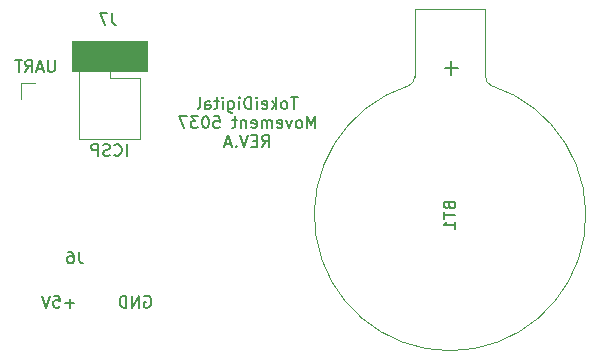
<source format=gbr>
%TF.GenerationSoftware,KiCad,Pcbnew,7.0.7*%
%TF.CreationDate,2024-12-30T17:22:27+01:00*%
%TF.ProjectId,Movement5037,4d6f7665-6d65-46e7-9435-3033372e6b69,rev?*%
%TF.SameCoordinates,Original*%
%TF.FileFunction,Legend,Bot*%
%TF.FilePolarity,Positive*%
%FSLAX46Y46*%
G04 Gerber Fmt 4.6, Leading zero omitted, Abs format (unit mm)*
G04 Created by KiCad (PCBNEW 7.0.7) date 2024-12-30 17:22:27*
%MOMM*%
%LPD*%
G01*
G04 APERTURE LIST*
%ADD10C,0.150000*%
%ADD11C,0.120000*%
%ADD12C,0.100000*%
G04 APERTURE END LIST*
D10*
X72434220Y-91690866D02*
X71672316Y-91690866D01*
X72053268Y-92071819D02*
X72053268Y-91309914D01*
X70719935Y-91071819D02*
X71196125Y-91071819D01*
X71196125Y-91071819D02*
X71243744Y-91548009D01*
X71243744Y-91548009D02*
X71196125Y-91500390D01*
X71196125Y-91500390D02*
X71100887Y-91452771D01*
X71100887Y-91452771D02*
X70862792Y-91452771D01*
X70862792Y-91452771D02*
X70767554Y-91500390D01*
X70767554Y-91500390D02*
X70719935Y-91548009D01*
X70719935Y-91548009D02*
X70672316Y-91643247D01*
X70672316Y-91643247D02*
X70672316Y-91881342D01*
X70672316Y-91881342D02*
X70719935Y-91976580D01*
X70719935Y-91976580D02*
X70767554Y-92024200D01*
X70767554Y-92024200D02*
X70862792Y-92071819D01*
X70862792Y-92071819D02*
X71100887Y-92071819D01*
X71100887Y-92071819D02*
X71196125Y-92024200D01*
X71196125Y-92024200D02*
X71243744Y-91976580D01*
X70386601Y-91071819D02*
X70053268Y-92071819D01*
X70053268Y-92071819D02*
X69719935Y-91071819D01*
X78387411Y-91119438D02*
X78482649Y-91071819D01*
X78482649Y-91071819D02*
X78625506Y-91071819D01*
X78625506Y-91071819D02*
X78768363Y-91119438D01*
X78768363Y-91119438D02*
X78863601Y-91214676D01*
X78863601Y-91214676D02*
X78911220Y-91309914D01*
X78911220Y-91309914D02*
X78958839Y-91500390D01*
X78958839Y-91500390D02*
X78958839Y-91643247D01*
X78958839Y-91643247D02*
X78911220Y-91833723D01*
X78911220Y-91833723D02*
X78863601Y-91928961D01*
X78863601Y-91928961D02*
X78768363Y-92024200D01*
X78768363Y-92024200D02*
X78625506Y-92071819D01*
X78625506Y-92071819D02*
X78530268Y-92071819D01*
X78530268Y-92071819D02*
X78387411Y-92024200D01*
X78387411Y-92024200D02*
X78339792Y-91976580D01*
X78339792Y-91976580D02*
X78339792Y-91643247D01*
X78339792Y-91643247D02*
X78530268Y-91643247D01*
X77911220Y-92071819D02*
X77911220Y-91071819D01*
X77911220Y-91071819D02*
X77339792Y-92071819D01*
X77339792Y-92071819D02*
X77339792Y-91071819D01*
X76863601Y-92071819D02*
X76863601Y-91071819D01*
X76863601Y-91071819D02*
X76625506Y-91071819D01*
X76625506Y-91071819D02*
X76482649Y-91119438D01*
X76482649Y-91119438D02*
X76387411Y-91214676D01*
X76387411Y-91214676D02*
X76339792Y-91309914D01*
X76339792Y-91309914D02*
X76292173Y-91500390D01*
X76292173Y-91500390D02*
X76292173Y-91643247D01*
X76292173Y-91643247D02*
X76339792Y-91833723D01*
X76339792Y-91833723D02*
X76387411Y-91928961D01*
X76387411Y-91928961D02*
X76482649Y-92024200D01*
X76482649Y-92024200D02*
X76625506Y-92071819D01*
X76625506Y-92071819D02*
X76863601Y-92071819D01*
X91360094Y-74262819D02*
X90788666Y-74262819D01*
X91074380Y-75262819D02*
X91074380Y-74262819D01*
X90312475Y-75262819D02*
X90407713Y-75215200D01*
X90407713Y-75215200D02*
X90455332Y-75167580D01*
X90455332Y-75167580D02*
X90502951Y-75072342D01*
X90502951Y-75072342D02*
X90502951Y-74786628D01*
X90502951Y-74786628D02*
X90455332Y-74691390D01*
X90455332Y-74691390D02*
X90407713Y-74643771D01*
X90407713Y-74643771D02*
X90312475Y-74596152D01*
X90312475Y-74596152D02*
X90169618Y-74596152D01*
X90169618Y-74596152D02*
X90074380Y-74643771D01*
X90074380Y-74643771D02*
X90026761Y-74691390D01*
X90026761Y-74691390D02*
X89979142Y-74786628D01*
X89979142Y-74786628D02*
X89979142Y-75072342D01*
X89979142Y-75072342D02*
X90026761Y-75167580D01*
X90026761Y-75167580D02*
X90074380Y-75215200D01*
X90074380Y-75215200D02*
X90169618Y-75262819D01*
X90169618Y-75262819D02*
X90312475Y-75262819D01*
X89550570Y-75262819D02*
X89550570Y-74262819D01*
X89455332Y-74881866D02*
X89169618Y-75262819D01*
X89169618Y-74596152D02*
X89550570Y-74977104D01*
X88360094Y-75215200D02*
X88455332Y-75262819D01*
X88455332Y-75262819D02*
X88645808Y-75262819D01*
X88645808Y-75262819D02*
X88741046Y-75215200D01*
X88741046Y-75215200D02*
X88788665Y-75119961D01*
X88788665Y-75119961D02*
X88788665Y-74739009D01*
X88788665Y-74739009D02*
X88741046Y-74643771D01*
X88741046Y-74643771D02*
X88645808Y-74596152D01*
X88645808Y-74596152D02*
X88455332Y-74596152D01*
X88455332Y-74596152D02*
X88360094Y-74643771D01*
X88360094Y-74643771D02*
X88312475Y-74739009D01*
X88312475Y-74739009D02*
X88312475Y-74834247D01*
X88312475Y-74834247D02*
X88788665Y-74929485D01*
X87883903Y-75262819D02*
X87883903Y-74596152D01*
X87883903Y-74262819D02*
X87931522Y-74310438D01*
X87931522Y-74310438D02*
X87883903Y-74358057D01*
X87883903Y-74358057D02*
X87836284Y-74310438D01*
X87836284Y-74310438D02*
X87883903Y-74262819D01*
X87883903Y-74262819D02*
X87883903Y-74358057D01*
X87407713Y-75262819D02*
X87407713Y-74262819D01*
X87407713Y-74262819D02*
X87169618Y-74262819D01*
X87169618Y-74262819D02*
X87026761Y-74310438D01*
X87026761Y-74310438D02*
X86931523Y-74405676D01*
X86931523Y-74405676D02*
X86883904Y-74500914D01*
X86883904Y-74500914D02*
X86836285Y-74691390D01*
X86836285Y-74691390D02*
X86836285Y-74834247D01*
X86836285Y-74834247D02*
X86883904Y-75024723D01*
X86883904Y-75024723D02*
X86931523Y-75119961D01*
X86931523Y-75119961D02*
X87026761Y-75215200D01*
X87026761Y-75215200D02*
X87169618Y-75262819D01*
X87169618Y-75262819D02*
X87407713Y-75262819D01*
X86407713Y-75262819D02*
X86407713Y-74596152D01*
X86407713Y-74262819D02*
X86455332Y-74310438D01*
X86455332Y-74310438D02*
X86407713Y-74358057D01*
X86407713Y-74358057D02*
X86360094Y-74310438D01*
X86360094Y-74310438D02*
X86407713Y-74262819D01*
X86407713Y-74262819D02*
X86407713Y-74358057D01*
X85502952Y-74596152D02*
X85502952Y-75405676D01*
X85502952Y-75405676D02*
X85550571Y-75500914D01*
X85550571Y-75500914D02*
X85598190Y-75548533D01*
X85598190Y-75548533D02*
X85693428Y-75596152D01*
X85693428Y-75596152D02*
X85836285Y-75596152D01*
X85836285Y-75596152D02*
X85931523Y-75548533D01*
X85502952Y-75215200D02*
X85598190Y-75262819D01*
X85598190Y-75262819D02*
X85788666Y-75262819D01*
X85788666Y-75262819D02*
X85883904Y-75215200D01*
X85883904Y-75215200D02*
X85931523Y-75167580D01*
X85931523Y-75167580D02*
X85979142Y-75072342D01*
X85979142Y-75072342D02*
X85979142Y-74786628D01*
X85979142Y-74786628D02*
X85931523Y-74691390D01*
X85931523Y-74691390D02*
X85883904Y-74643771D01*
X85883904Y-74643771D02*
X85788666Y-74596152D01*
X85788666Y-74596152D02*
X85598190Y-74596152D01*
X85598190Y-74596152D02*
X85502952Y-74643771D01*
X85026761Y-75262819D02*
X85026761Y-74596152D01*
X85026761Y-74262819D02*
X85074380Y-74310438D01*
X85074380Y-74310438D02*
X85026761Y-74358057D01*
X85026761Y-74358057D02*
X84979142Y-74310438D01*
X84979142Y-74310438D02*
X85026761Y-74262819D01*
X85026761Y-74262819D02*
X85026761Y-74358057D01*
X84693428Y-74596152D02*
X84312476Y-74596152D01*
X84550571Y-74262819D02*
X84550571Y-75119961D01*
X84550571Y-75119961D02*
X84502952Y-75215200D01*
X84502952Y-75215200D02*
X84407714Y-75262819D01*
X84407714Y-75262819D02*
X84312476Y-75262819D01*
X83550571Y-75262819D02*
X83550571Y-74739009D01*
X83550571Y-74739009D02*
X83598190Y-74643771D01*
X83598190Y-74643771D02*
X83693428Y-74596152D01*
X83693428Y-74596152D02*
X83883904Y-74596152D01*
X83883904Y-74596152D02*
X83979142Y-74643771D01*
X83550571Y-75215200D02*
X83645809Y-75262819D01*
X83645809Y-75262819D02*
X83883904Y-75262819D01*
X83883904Y-75262819D02*
X83979142Y-75215200D01*
X83979142Y-75215200D02*
X84026761Y-75119961D01*
X84026761Y-75119961D02*
X84026761Y-75024723D01*
X84026761Y-75024723D02*
X83979142Y-74929485D01*
X83979142Y-74929485D02*
X83883904Y-74881866D01*
X83883904Y-74881866D02*
X83645809Y-74881866D01*
X83645809Y-74881866D02*
X83550571Y-74834247D01*
X82931523Y-75262819D02*
X83026761Y-75215200D01*
X83026761Y-75215200D02*
X83074380Y-75119961D01*
X83074380Y-75119961D02*
X83074380Y-74262819D01*
X92836285Y-76872819D02*
X92836285Y-75872819D01*
X92836285Y-75872819D02*
X92502952Y-76587104D01*
X92502952Y-76587104D02*
X92169619Y-75872819D01*
X92169619Y-75872819D02*
X92169619Y-76872819D01*
X91550571Y-76872819D02*
X91645809Y-76825200D01*
X91645809Y-76825200D02*
X91693428Y-76777580D01*
X91693428Y-76777580D02*
X91741047Y-76682342D01*
X91741047Y-76682342D02*
X91741047Y-76396628D01*
X91741047Y-76396628D02*
X91693428Y-76301390D01*
X91693428Y-76301390D02*
X91645809Y-76253771D01*
X91645809Y-76253771D02*
X91550571Y-76206152D01*
X91550571Y-76206152D02*
X91407714Y-76206152D01*
X91407714Y-76206152D02*
X91312476Y-76253771D01*
X91312476Y-76253771D02*
X91264857Y-76301390D01*
X91264857Y-76301390D02*
X91217238Y-76396628D01*
X91217238Y-76396628D02*
X91217238Y-76682342D01*
X91217238Y-76682342D02*
X91264857Y-76777580D01*
X91264857Y-76777580D02*
X91312476Y-76825200D01*
X91312476Y-76825200D02*
X91407714Y-76872819D01*
X91407714Y-76872819D02*
X91550571Y-76872819D01*
X90883904Y-76206152D02*
X90645809Y-76872819D01*
X90645809Y-76872819D02*
X90407714Y-76206152D01*
X89645809Y-76825200D02*
X89741047Y-76872819D01*
X89741047Y-76872819D02*
X89931523Y-76872819D01*
X89931523Y-76872819D02*
X90026761Y-76825200D01*
X90026761Y-76825200D02*
X90074380Y-76729961D01*
X90074380Y-76729961D02*
X90074380Y-76349009D01*
X90074380Y-76349009D02*
X90026761Y-76253771D01*
X90026761Y-76253771D02*
X89931523Y-76206152D01*
X89931523Y-76206152D02*
X89741047Y-76206152D01*
X89741047Y-76206152D02*
X89645809Y-76253771D01*
X89645809Y-76253771D02*
X89598190Y-76349009D01*
X89598190Y-76349009D02*
X89598190Y-76444247D01*
X89598190Y-76444247D02*
X90074380Y-76539485D01*
X89169618Y-76872819D02*
X89169618Y-76206152D01*
X89169618Y-76301390D02*
X89121999Y-76253771D01*
X89121999Y-76253771D02*
X89026761Y-76206152D01*
X89026761Y-76206152D02*
X88883904Y-76206152D01*
X88883904Y-76206152D02*
X88788666Y-76253771D01*
X88788666Y-76253771D02*
X88741047Y-76349009D01*
X88741047Y-76349009D02*
X88741047Y-76872819D01*
X88741047Y-76349009D02*
X88693428Y-76253771D01*
X88693428Y-76253771D02*
X88598190Y-76206152D01*
X88598190Y-76206152D02*
X88455333Y-76206152D01*
X88455333Y-76206152D02*
X88360094Y-76253771D01*
X88360094Y-76253771D02*
X88312475Y-76349009D01*
X88312475Y-76349009D02*
X88312475Y-76872819D01*
X87455333Y-76825200D02*
X87550571Y-76872819D01*
X87550571Y-76872819D02*
X87741047Y-76872819D01*
X87741047Y-76872819D02*
X87836285Y-76825200D01*
X87836285Y-76825200D02*
X87883904Y-76729961D01*
X87883904Y-76729961D02*
X87883904Y-76349009D01*
X87883904Y-76349009D02*
X87836285Y-76253771D01*
X87836285Y-76253771D02*
X87741047Y-76206152D01*
X87741047Y-76206152D02*
X87550571Y-76206152D01*
X87550571Y-76206152D02*
X87455333Y-76253771D01*
X87455333Y-76253771D02*
X87407714Y-76349009D01*
X87407714Y-76349009D02*
X87407714Y-76444247D01*
X87407714Y-76444247D02*
X87883904Y-76539485D01*
X86979142Y-76206152D02*
X86979142Y-76872819D01*
X86979142Y-76301390D02*
X86931523Y-76253771D01*
X86931523Y-76253771D02*
X86836285Y-76206152D01*
X86836285Y-76206152D02*
X86693428Y-76206152D01*
X86693428Y-76206152D02*
X86598190Y-76253771D01*
X86598190Y-76253771D02*
X86550571Y-76349009D01*
X86550571Y-76349009D02*
X86550571Y-76872819D01*
X86217237Y-76206152D02*
X85836285Y-76206152D01*
X86074380Y-75872819D02*
X86074380Y-76729961D01*
X86074380Y-76729961D02*
X86026761Y-76825200D01*
X86026761Y-76825200D02*
X85931523Y-76872819D01*
X85931523Y-76872819D02*
X85836285Y-76872819D01*
X84264856Y-75872819D02*
X84741046Y-75872819D01*
X84741046Y-75872819D02*
X84788665Y-76349009D01*
X84788665Y-76349009D02*
X84741046Y-76301390D01*
X84741046Y-76301390D02*
X84645808Y-76253771D01*
X84645808Y-76253771D02*
X84407713Y-76253771D01*
X84407713Y-76253771D02*
X84312475Y-76301390D01*
X84312475Y-76301390D02*
X84264856Y-76349009D01*
X84264856Y-76349009D02*
X84217237Y-76444247D01*
X84217237Y-76444247D02*
X84217237Y-76682342D01*
X84217237Y-76682342D02*
X84264856Y-76777580D01*
X84264856Y-76777580D02*
X84312475Y-76825200D01*
X84312475Y-76825200D02*
X84407713Y-76872819D01*
X84407713Y-76872819D02*
X84645808Y-76872819D01*
X84645808Y-76872819D02*
X84741046Y-76825200D01*
X84741046Y-76825200D02*
X84788665Y-76777580D01*
X83598189Y-75872819D02*
X83502951Y-75872819D01*
X83502951Y-75872819D02*
X83407713Y-75920438D01*
X83407713Y-75920438D02*
X83360094Y-75968057D01*
X83360094Y-75968057D02*
X83312475Y-76063295D01*
X83312475Y-76063295D02*
X83264856Y-76253771D01*
X83264856Y-76253771D02*
X83264856Y-76491866D01*
X83264856Y-76491866D02*
X83312475Y-76682342D01*
X83312475Y-76682342D02*
X83360094Y-76777580D01*
X83360094Y-76777580D02*
X83407713Y-76825200D01*
X83407713Y-76825200D02*
X83502951Y-76872819D01*
X83502951Y-76872819D02*
X83598189Y-76872819D01*
X83598189Y-76872819D02*
X83693427Y-76825200D01*
X83693427Y-76825200D02*
X83741046Y-76777580D01*
X83741046Y-76777580D02*
X83788665Y-76682342D01*
X83788665Y-76682342D02*
X83836284Y-76491866D01*
X83836284Y-76491866D02*
X83836284Y-76253771D01*
X83836284Y-76253771D02*
X83788665Y-76063295D01*
X83788665Y-76063295D02*
X83741046Y-75968057D01*
X83741046Y-75968057D02*
X83693427Y-75920438D01*
X83693427Y-75920438D02*
X83598189Y-75872819D01*
X82931522Y-75872819D02*
X82312475Y-75872819D01*
X82312475Y-75872819D02*
X82645808Y-76253771D01*
X82645808Y-76253771D02*
X82502951Y-76253771D01*
X82502951Y-76253771D02*
X82407713Y-76301390D01*
X82407713Y-76301390D02*
X82360094Y-76349009D01*
X82360094Y-76349009D02*
X82312475Y-76444247D01*
X82312475Y-76444247D02*
X82312475Y-76682342D01*
X82312475Y-76682342D02*
X82360094Y-76777580D01*
X82360094Y-76777580D02*
X82407713Y-76825200D01*
X82407713Y-76825200D02*
X82502951Y-76872819D01*
X82502951Y-76872819D02*
X82788665Y-76872819D01*
X82788665Y-76872819D02*
X82883903Y-76825200D01*
X82883903Y-76825200D02*
X82931522Y-76777580D01*
X81979141Y-75872819D02*
X81312475Y-75872819D01*
X81312475Y-75872819D02*
X81741046Y-76872819D01*
X88360095Y-78482819D02*
X88693428Y-78006628D01*
X88931523Y-78482819D02*
X88931523Y-77482819D01*
X88931523Y-77482819D02*
X88550571Y-77482819D01*
X88550571Y-77482819D02*
X88455333Y-77530438D01*
X88455333Y-77530438D02*
X88407714Y-77578057D01*
X88407714Y-77578057D02*
X88360095Y-77673295D01*
X88360095Y-77673295D02*
X88360095Y-77816152D01*
X88360095Y-77816152D02*
X88407714Y-77911390D01*
X88407714Y-77911390D02*
X88455333Y-77959009D01*
X88455333Y-77959009D02*
X88550571Y-78006628D01*
X88550571Y-78006628D02*
X88931523Y-78006628D01*
X87931523Y-77959009D02*
X87598190Y-77959009D01*
X87455333Y-78482819D02*
X87931523Y-78482819D01*
X87931523Y-78482819D02*
X87931523Y-77482819D01*
X87931523Y-77482819D02*
X87455333Y-77482819D01*
X87169618Y-77482819D02*
X86836285Y-78482819D01*
X86836285Y-78482819D02*
X86502952Y-77482819D01*
X86169618Y-78387580D02*
X86121999Y-78435200D01*
X86121999Y-78435200D02*
X86169618Y-78482819D01*
X86169618Y-78482819D02*
X86217237Y-78435200D01*
X86217237Y-78435200D02*
X86169618Y-78387580D01*
X86169618Y-78387580D02*
X86169618Y-78482819D01*
X85741047Y-78197104D02*
X85264857Y-78197104D01*
X85836285Y-78482819D02*
X85502952Y-77482819D01*
X85502952Y-77482819D02*
X85169619Y-78482819D01*
X70783220Y-71132819D02*
X70783220Y-71942342D01*
X70783220Y-71942342D02*
X70735601Y-72037580D01*
X70735601Y-72037580D02*
X70687982Y-72085200D01*
X70687982Y-72085200D02*
X70592744Y-72132819D01*
X70592744Y-72132819D02*
X70402268Y-72132819D01*
X70402268Y-72132819D02*
X70307030Y-72085200D01*
X70307030Y-72085200D02*
X70259411Y-72037580D01*
X70259411Y-72037580D02*
X70211792Y-71942342D01*
X70211792Y-71942342D02*
X70211792Y-71132819D01*
X69783220Y-71847104D02*
X69307030Y-71847104D01*
X69878458Y-72132819D02*
X69545125Y-71132819D01*
X69545125Y-71132819D02*
X69211792Y-72132819D01*
X68307030Y-72132819D02*
X68640363Y-71656628D01*
X68878458Y-72132819D02*
X68878458Y-71132819D01*
X68878458Y-71132819D02*
X68497506Y-71132819D01*
X68497506Y-71132819D02*
X68402268Y-71180438D01*
X68402268Y-71180438D02*
X68354649Y-71228057D01*
X68354649Y-71228057D02*
X68307030Y-71323295D01*
X68307030Y-71323295D02*
X68307030Y-71466152D01*
X68307030Y-71466152D02*
X68354649Y-71561390D01*
X68354649Y-71561390D02*
X68402268Y-71609009D01*
X68402268Y-71609009D02*
X68497506Y-71656628D01*
X68497506Y-71656628D02*
X68878458Y-71656628D01*
X68021315Y-71132819D02*
X67449887Y-71132819D01*
X67735601Y-72132819D02*
X67735601Y-71132819D01*
X76879220Y-79244819D02*
X76879220Y-78244819D01*
X75831602Y-79149580D02*
X75879221Y-79197200D01*
X75879221Y-79197200D02*
X76022078Y-79244819D01*
X76022078Y-79244819D02*
X76117316Y-79244819D01*
X76117316Y-79244819D02*
X76260173Y-79197200D01*
X76260173Y-79197200D02*
X76355411Y-79101961D01*
X76355411Y-79101961D02*
X76403030Y-79006723D01*
X76403030Y-79006723D02*
X76450649Y-78816247D01*
X76450649Y-78816247D02*
X76450649Y-78673390D01*
X76450649Y-78673390D02*
X76403030Y-78482914D01*
X76403030Y-78482914D02*
X76355411Y-78387676D01*
X76355411Y-78387676D02*
X76260173Y-78292438D01*
X76260173Y-78292438D02*
X76117316Y-78244819D01*
X76117316Y-78244819D02*
X76022078Y-78244819D01*
X76022078Y-78244819D02*
X75879221Y-78292438D01*
X75879221Y-78292438D02*
X75831602Y-78340057D01*
X75450649Y-79197200D02*
X75307792Y-79244819D01*
X75307792Y-79244819D02*
X75069697Y-79244819D01*
X75069697Y-79244819D02*
X74974459Y-79197200D01*
X74974459Y-79197200D02*
X74926840Y-79149580D01*
X74926840Y-79149580D02*
X74879221Y-79054342D01*
X74879221Y-79054342D02*
X74879221Y-78959104D01*
X74879221Y-78959104D02*
X74926840Y-78863866D01*
X74926840Y-78863866D02*
X74974459Y-78816247D01*
X74974459Y-78816247D02*
X75069697Y-78768628D01*
X75069697Y-78768628D02*
X75260173Y-78721009D01*
X75260173Y-78721009D02*
X75355411Y-78673390D01*
X75355411Y-78673390D02*
X75403030Y-78625771D01*
X75403030Y-78625771D02*
X75450649Y-78530533D01*
X75450649Y-78530533D02*
X75450649Y-78435295D01*
X75450649Y-78435295D02*
X75403030Y-78340057D01*
X75403030Y-78340057D02*
X75355411Y-78292438D01*
X75355411Y-78292438D02*
X75260173Y-78244819D01*
X75260173Y-78244819D02*
X75022078Y-78244819D01*
X75022078Y-78244819D02*
X74879221Y-78292438D01*
X74450649Y-79244819D02*
X74450649Y-78244819D01*
X74450649Y-78244819D02*
X74069697Y-78244819D01*
X74069697Y-78244819D02*
X73974459Y-78292438D01*
X73974459Y-78292438D02*
X73926840Y-78340057D01*
X73926840Y-78340057D02*
X73879221Y-78435295D01*
X73879221Y-78435295D02*
X73879221Y-78578152D01*
X73879221Y-78578152D02*
X73926840Y-78673390D01*
X73926840Y-78673390D02*
X73974459Y-78721009D01*
X73974459Y-78721009D02*
X74069697Y-78768628D01*
X74069697Y-78768628D02*
X74450649Y-78768628D01*
X72850333Y-87338819D02*
X72850333Y-88053104D01*
X72850333Y-88053104D02*
X72897952Y-88195961D01*
X72897952Y-88195961D02*
X72993190Y-88291200D01*
X72993190Y-88291200D02*
X73136047Y-88338819D01*
X73136047Y-88338819D02*
X73231285Y-88338819D01*
X71945571Y-87338819D02*
X72136047Y-87338819D01*
X72136047Y-87338819D02*
X72231285Y-87386438D01*
X72231285Y-87386438D02*
X72278904Y-87434057D01*
X72278904Y-87434057D02*
X72374142Y-87576914D01*
X72374142Y-87576914D02*
X72421761Y-87767390D01*
X72421761Y-87767390D02*
X72421761Y-88148342D01*
X72421761Y-88148342D02*
X72374142Y-88243580D01*
X72374142Y-88243580D02*
X72326523Y-88291200D01*
X72326523Y-88291200D02*
X72231285Y-88338819D01*
X72231285Y-88338819D02*
X72040809Y-88338819D01*
X72040809Y-88338819D02*
X71945571Y-88291200D01*
X71945571Y-88291200D02*
X71897952Y-88243580D01*
X71897952Y-88243580D02*
X71850333Y-88148342D01*
X71850333Y-88148342D02*
X71850333Y-87910247D01*
X71850333Y-87910247D02*
X71897952Y-87815009D01*
X71897952Y-87815009D02*
X71945571Y-87767390D01*
X71945571Y-87767390D02*
X72040809Y-87719771D01*
X72040809Y-87719771D02*
X72231285Y-87719771D01*
X72231285Y-87719771D02*
X72326523Y-87767390D01*
X72326523Y-87767390D02*
X72374142Y-87815009D01*
X72374142Y-87815009D02*
X72421761Y-87910247D01*
X104198020Y-83444241D02*
X104245639Y-83587098D01*
X104245639Y-83587098D02*
X104293258Y-83634717D01*
X104293258Y-83634717D02*
X104388496Y-83682336D01*
X104388496Y-83682336D02*
X104531353Y-83682336D01*
X104531353Y-83682336D02*
X104626591Y-83634717D01*
X104626591Y-83634717D02*
X104674211Y-83587098D01*
X104674211Y-83587098D02*
X104721830Y-83491860D01*
X104721830Y-83491860D02*
X104721830Y-83110908D01*
X104721830Y-83110908D02*
X103721830Y-83110908D01*
X103721830Y-83110908D02*
X103721830Y-83444241D01*
X103721830Y-83444241D02*
X103769449Y-83539479D01*
X103769449Y-83539479D02*
X103817068Y-83587098D01*
X103817068Y-83587098D02*
X103912306Y-83634717D01*
X103912306Y-83634717D02*
X104007544Y-83634717D01*
X104007544Y-83634717D02*
X104102782Y-83587098D01*
X104102782Y-83587098D02*
X104150401Y-83539479D01*
X104150401Y-83539479D02*
X104198020Y-83444241D01*
X104198020Y-83444241D02*
X104198020Y-83110908D01*
X103721830Y-83968051D02*
X103721830Y-84539479D01*
X104721830Y-84253765D02*
X103721830Y-84253765D01*
X104721830Y-85396622D02*
X104721830Y-84825194D01*
X104721830Y-85110908D02*
X103721830Y-85110908D01*
X103721830Y-85110908D02*
X103864687Y-85015670D01*
X103864687Y-85015670D02*
X103959925Y-84920432D01*
X103959925Y-84920432D02*
X104007544Y-84825194D01*
X104381700Y-71208571D02*
X104381700Y-72351429D01*
X104953128Y-71780000D02*
X103810271Y-71780000D01*
X75644333Y-67145819D02*
X75644333Y-67860104D01*
X75644333Y-67860104D02*
X75691952Y-68002961D01*
X75691952Y-68002961D02*
X75787190Y-68098200D01*
X75787190Y-68098200D02*
X75930047Y-68145819D01*
X75930047Y-68145819D02*
X76025285Y-68145819D01*
X75263380Y-67145819D02*
X74596714Y-67145819D01*
X74596714Y-67145819D02*
X75025285Y-68145819D01*
D11*
%TO.C,J6*%
X69088000Y-73092000D02*
X67978000Y-73092000D01*
X67978000Y-73092000D02*
X67978000Y-74422000D01*
%TO.C,BT1*%
X107267000Y-66830000D02*
X101267000Y-66830000D01*
X107267000Y-66830000D02*
X107267000Y-72530000D01*
X101267000Y-66830000D02*
X101267000Y-72530000D01*
X100767000Y-73280000D02*
G75*
G03*
X101267000Y-72530000I-312500J750000D01*
G01*
X107267000Y-72530000D02*
G75*
G03*
X107767000Y-73280000I812500J0D01*
G01*
X104267000Y-95725670D02*
G75*
G03*
X107767000Y-73280001I11J11495714D01*
G01*
X100767000Y-73280000D02*
G75*
G03*
X104267000Y-95725671I3499989J-10949956D01*
G01*
%TO.C,J7*%
X78038000Y-77784000D02*
X72838000Y-77784000D01*
X78038000Y-72644000D02*
X78038000Y-77784000D01*
X78038000Y-72644000D02*
X75438000Y-72644000D01*
X78038000Y-71374000D02*
X78038000Y-70044000D01*
X78038000Y-70044000D02*
X76708000Y-70044000D01*
X75438000Y-72644000D02*
X75438000Y-70044000D01*
X75438000Y-70044000D02*
X72838000Y-70044000D01*
X72838000Y-70044000D02*
X72838000Y-77784000D01*
D12*
X78613000Y-69469000D02*
X72263000Y-69469000D01*
X72263000Y-69469000D02*
X72263000Y-72009000D01*
X72263000Y-72009000D02*
X78613000Y-72009000D01*
X78613000Y-72009000D02*
X78613000Y-69469000D01*
G36*
X78613000Y-69469000D02*
G01*
X72263000Y-69469000D01*
X72263000Y-72009000D01*
X78613000Y-72009000D01*
X78613000Y-69469000D01*
G37*
%TD*%
M02*

</source>
